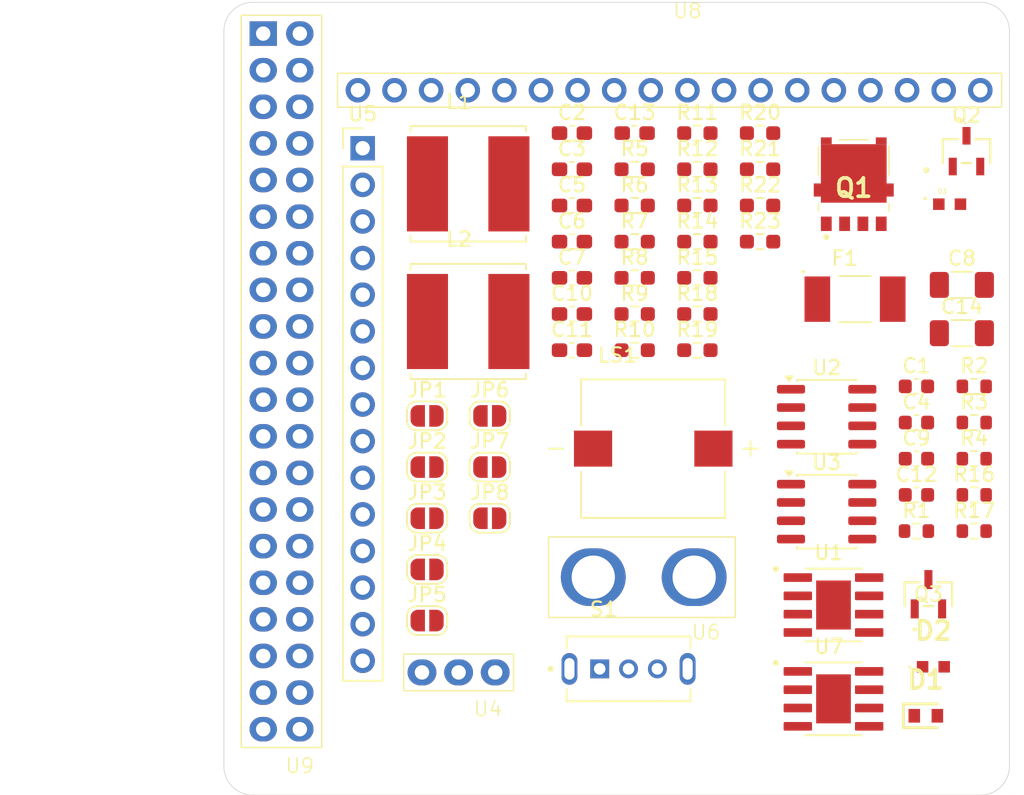
<source format=kicad_pcb>
(kicad_pcb (version 20241229) (generator "pcbnew") (generator_version "9.0")
  (layers (0 "F.Cu" signal) (4 "In1.Cu" power) (6 "In2.Cu" power) (2 "B.Cu" signal) (13 "F.Paste" user) (15 "B.Paste" user) (5 "F.SilkS" user "F.Silkscreen") (7 "B.SilkS" user "B.Silkscreen") (1 "F.Mask" user) (3 "B.Mask" user) (25 "Edge.Cuts" user))
  (net 0 "")
  (net 1 "GND")
  (net 2 "VCC_LOAD")
  (net 3 "Net-(U1-SS)")
  (net 4 "Net-(U1-VCC)")
  (net 5 "Net-(C4-Pad1)")
  (net 6 "Net-(U1-LX)")
  (net 7 "Net-(C5-Pad1)")
  (net 8 "+3V3")
  (net 9 "VDC")
  (net 10 "VDC_LOAD")
  (net 11 "Net-(U7-SS)")
  (net 12 "Net-(U7-VCC)")
  (net 13 "Net-(U7-LX)")
  (net 14 "Net-(C12-Pad1)")
  (net 15 "Net-(C13-Pad1)")
  (net 16 "+5V")
  (net 17 "Net-(D1-A)")
  (net 18 "Net-(D2-K)")
  (net 19 "/Fuse_Out")
  (net 20 "/V_Choose")
  (net 21 "Net-(JP1-B)")
  (net 22 "Net-(JP2-B)")
  (net 23 "Net-(JP3-B)")
  (net 24 "Net-(JP4-B)")
  (net 25 "Net-(JP5-B)")
  (net 26 "Net-(JP6-B)")
  (net 27 "Net-(JP7-B)")
  (net 28 "Net-(JP8-B)")
  (net 29 "/BUZZER_PIN")
  (net 30 "/Servo_Control")
  (net 31 "Net-(Q1-G)")
  (net 32 "VCC")
  (net 33 "+BATT")
  (net 34 "Net-(U1-BST)")
  (net 35 "Net-(U1-COMP)")
  (net 36 "/Pi_RX_Out")
  (net 37 "/Pi_TX_Out")
  (net 38 "/GPIO26")
  (net 39 "Net-(U7-BST)")
  (net 40 "Net-(U7-COMP)")
  (net 41 "Net-(Q2-PadB)")
  (net 42 "Net-(U7-FB)")
  (net 43 "/GPIO18")
  (net 44 "Net-(U4-Signal)")
  (net 45 "/Pi_SDA")
  (net 46 "/Pi_SCL")
  (net 47 "/GPIO19")
  (net 48 "/GPIO13")
  (net 49 "/GPIO10")
  (net 50 "/GPIO9")
  (net 51 "/GPIO27")
  (net 52 "/ID_SC")
  (net 53 "/GPIO11")
  (net 54 "/ID_SD")
  (net 55 "/GPIO22")
  (net 56 "/GPIO17")
  (net 57 "/GPIO6")
  (net 58 "/GPIO4")
  (net 59 "/GPIO8")
  (net 60 "/GPIO12")
  (net 61 "/GPIO25")
  (net 62 "/GPIO16")
  (net 63 "/GPIO24")
  (net 64 "/GPIO7")
  (net 65 "/GPIO21")
  (net 66 "/GPIO20")
  (net 67 "/GPIO23")
  (footprint "Resistor_SMD:R_0603_1608Metric_Pad0.98x0.95mm_HandSolder" (layer "F.Cu") (at 126 84.625)
    (property "Reference" "R9" (at 0 -1.43 0) (layer "F.SilkS"))
    (property "Value" "184k")
    (pad "1" smd roundrect (at -0.9125 0) (size 0.975 0.95) (layers "F.Cu" "F.Mask" "F.Paste") (net 22 "Net-(JP2-B)"))
    (pad "2" smd roundrect (at 0.9125 0) (size 0.975 0.95) (layers "F.Cu" "F.Mask" "F.Paste") (net 9 "VDC"))
  )
  (footprint "Jumper:SolderJumper-2_P1.3mm_Open_RoundedPad1.0x1.5mm" (layer "F.Cu") (at 111.6 98.795)
    (property "Reference" "JP3" (at 0 -1.8 0) (layer "F.SilkS"))
    (property "Value" "SolderJumper_2_Open")
    (pad "1" smd custom (at -0.65 0) (size 1 0.5) (layers "F.Cu" "F.Mask") (net 20 "/V_Choose") (options (clearance outline) (anchor rect)) (primitives (gr_circle (center 0 0.25) (end 0.5 0.25) (width 0) (fill yes)) (gr_circle (center 0 -0.25) (end 0.5 -0.25) (width 0) (fill yes)) (gr_poly (pts (xy 0.5 0.75) (xy 0 0.75) (xy 0 -0.75) (xy 0.5 -0.75)) (width 0) (fill yes))))
    (pad "2" smd custom (at 0.65 0) (size 1 0.5) (layers "F.Cu" "F.Mask") (net 23 "Net-(JP3-B)") (options (clearance outline) (anchor rect)) (primitives (gr_circle (center 0 0.25) (end 0.5 0.25) (width 0) (fill yes)) (gr_circle (center 0 -0.25) (end 0.5 -0.25) (width 0) (fill yes)) (gr_poly (pts (xy 0 0.75) (xy -0.5 0.75) (xy -0.5 -0.75) (xy 0 -0.75)) (width 0) (fill yes))))
  )
  (footprint "pcb_hat:MTR_MMBT2222A-TP_MCE" (layer "F.Cu") (at 149.0222 73.3266)
    (property "Reference" "Q2" (at 0 -2.5 0) (layer "F.SilkS"))
    (property "Value" "Q_NPN")
    (pad "1" smd rect (at -0.9525 1.0668) (size 0.5588 1.2192) (layers "F.Cu" "F.Mask" "F.Paste"))
    (pad "2" smd rect (at 0.9525 1.0668) (size 0.5588 1.2192) (layers "F.Cu" "F.Mask" "F.Paste"))
    (pad "3" smd rect (at 0 -1.0668) (size 0.5588 1.2192) (layers "F.Cu" "F.Mask" "F.Paste"))
  )
  (footprint "pcb_hat:LEDC1608X35N" (layer "F.Cu") (at 146.2 112.5)
    (property "Reference" "D1" (at 0 -2.5 0) (layer "F.SilkS") (effects (font (size 1.27 1.27) (thickness 0.254))))
    (property "Value" "LED_Small" (hide yes))
    (pad "1" smd rect (at -0.8 0) (size 0.8 0.95) (layers "F.Cu" "F.Mask" "F.Paste") (net 1 "GND"))
    (pad "2" smd rect (at 0.8 0) (size 0.8 0.95) (layers "F.Cu" "F.Mask" "F.Paste") (net 17 "Net-(D1-A)"))
  )
  (footprint "pcb_hat:Pi5Hat" (layer "F.Cu") (at 101.499 81.68)
    (property "Reference" "U9" (at 1.27 34.29 0) (layer "F.SilkS") (effects (font (thickness 0.1))))
    (property "Value" "Raspberry_Pi_Generic")
    (pad "1" thru_hole rect (at -1.27 -16.51) (size 1.9 1.7) (drill 1) (layers "*.Cu" "*.Mask") (net 8 "+3V3"))
    (pad "2" thru_hole oval (at 1.27 -16.51) (size 1.9 1.7) (drill 1) (layers "*.Cu" "*.Mask") (net 16 "+5V"))
    (pad "3" thru_hole oval (at -1.27 -13.97) (size 1.9 1.7) (drill 1) (layers "*.Cu" "*.Mask") (net 45 "/Pi_SDA"))
    (pad "4" thru_hole oval (at 1.27 -13.97) (size 1.9 1.7) (drill 1) (layers "*.Cu" "*.Mask") (net 16 "+5V"))
    (pad "5" thru_hole oval (at -1.27 -11.43) (size 1.9 1.7) (drill 1) (layers "*.Cu" "*.Mask") (net 46 "/Pi_SCL"))
    (pad "6" thru_hole oval (at 1.27 -11.43) (size 1.9 1.7) (drill 1) (layers "*.Cu" "*.Mask") (net 1 "GND"))
    (pad "7" thru_hole oval (at -1.27 -8.89) (size 1.9 1.7) (drill 1) (layers "*.Cu" "*.Mask") (net 58 "/GPIO4"))
    (pad "8" thru_hole oval (at 1.27 -8.89) (size 1.9 1.7) (drill 1) (layers "*.Cu" "*.Mask") (net 37 "/Pi_TX_Out"))
    (pad "9" thru_hole oval (at -1.27 -6.35) (size 1.9 1.7) (drill 1) (layers "*.Cu" "*.Mask") (net 1 "GND"))
    (pad "10" thru_hole oval (at 1.27 -6.35) (size 1.9 1.7) (drill 1) (layers "*.Cu" "*.Mask") (net 36 "/Pi_RX_Out"))
    (pad "11" thru_hole oval (at -1.27 -3.81) (size 1.9 1.7) (drill 1) (layers "*.Cu" "*.Mask") (net 56 "/GPIO17"))
    (pad "12" thru_hole oval (at 1.27 -3.81) (size 1.9 1.7) (drill 1) (layers "*.Cu" "*.Mask") (net 43 "/GPIO18"))
    (pad "13" thru_hole oval (at -1.27 -1.27) (size 1.9 1.7) (drill 1) (layers "*.Cu" "*.Mask") (net 51 "/GPIO27"))
    (pad "14" thru_hole oval (at 1.27 -1.27) (size 1.9 1.7) (drill 1) (layers "*.Cu" "*.Mask"))
    (pad "15" thru_hole oval (at -1.27 1.27) (size 1.9 1.7) (drill 1) (layers "*.Cu" "*.Mask") (net 55 "/GPIO22"))
    (pad "16" thru_hole oval (at 1.27 1.27) (size 1.9 1.7) (drill 1) (layers "*.Cu" "*.Mask") (net 67 "/GPIO23"))
    (pad "17" thru_hole oval (at -1.27 3.81) (size 1.9 1.7) (drill 1) (layers "*.Cu" "*.Mask") (net 8 "+3V3"))
    (pad "18" thru_hole oval (at 1.27 3.81) (size 1.9 1.7) (drill 1) (layers "*.Cu" "*.Mask") (net 63 "/GPIO24"))
    (pad "19" thru_hole oval (at -1.27 6.35) (size 1.9 1.7) (drill 1) (layers "*.Cu" "*.Mask") (net 49 "/GPIO10"))
    (pad "20" thru_hole oval (at 1.27 6.35) (size 1.9 1.7) (drill 1) (layers "*.Cu" "*.Mask") (net 1 "GND"))
    (pad "21" thru_hole oval (at -1.27 8.89) (size 1.9 1.7) (drill 1) (layers "*.Cu" "*.Mask") (net 50 "/GPIO9"))
    (pad "22" thru_hole oval (at 1.27 8.89) (size 1.9 1.7) (drill 1) (layers "*.Cu" "*.Mask") (net 61 "/GPIO25"))
    (pad "23" thru_hole oval (at -1.27 11.43) (size 1.9 1.7) (drill 1) (layers "*.Cu" "*.Mask") (net 53 "/GPIO11"))
    (pad "24" thru_hole oval (at 1.27 11.43) (size 1.9 1.7) (drill 1) (layers "*.Cu" "*.Mask") (net 59 "/GPIO8"))
    (pad "25" thru_hole oval (at -1.27 13.97) (size 1.9 1.7) (drill 1) (layers "*.Cu" "*.Mask") (net 1 "GND"))
    (pad "26" thru_hole oval (at 1.27 13.97) (size 1.9 1.7) (drill 1) (layers "*.Cu" "*.Mask") (net 64 "/GPIO7"))
    (pad "27" thru_hole oval (at -1.27 16.51) (size 1.9 1.7) (drill 1) (layers "*.Cu" "*.Mask") (net 54 "/ID_SD"))
    (pad "28" thru_hole oval (at 1.27 16.51) (size 1.9 1.7) (drill 1) (layers "*.Cu" "*.Mask") (net 52 "/ID_SC"))
    (pad "29" thru_hole oval (at -1.27 19.05) (size 1.9 1.7) (drill 1) (layers "*.Cu" "*.Mask") (net 29 "/BUZZER_PIN"))
    (pad "30" thru_hole oval (at 1.27 19.05) (size 1.9 1.7) (drill 1) (layers "*.Cu" "*.Mask") (net 1 "GND"))
    (pad "31" thru_hole oval (at -1.27 21.59) (size 1.9 1.7) (drill 1) (layers "*.Cu" "*.Mask") (net 57 "/GPIO6"))
    (pad "32" thru_hole oval (at 1.27 21.59) (size 1.9 1.7) (drill 1) (layers "*.Cu" "*.Mask") (net 60 "/GPIO12"))
    (pad "33" thru_hole oval (at -1.27 24.13) (size 1.9 1.7) (drill 1) (layers "*.Cu" "*.Mask") (net 48 "/GPIO13"))
    (pad "34" thru_hole oval (at 1.27 24.13) (size 1.9 1.7) (drill 1) (layers "*.Cu" "*.Mask") (net 1 "GND"))
    (pad "35" thru_hole oval (at -1.27 26.67) (size 1.9 1.7) (drill 1) (layers "*.Cu" "*.Mask") (net 47 "/GPIO19"))
    (pad "36" thru_hole oval (at 1.27 26.67) (size 1.9 1.7) (drill 1) (layers "*.Cu" "*.Mask") (net 62 "/GPIO16"))
    (pad "37" thru_hole oval (at -1.27 29.21) (size 1.9 1.7) (drill 1) (layers "*.Cu" "*.Mask") (net 38 "/GPIO26"))
    (pad "38" thru_hole oval (at 1.27 29.21) (size 1.9 1.7) (drill 1) (layers "*.Cu" "*.Mask") (net 66 "/GPIO20"))
    (pad "39" thru_hole oval (at -1.27 31.75) (size 1.9 1.7) (drill 1) (layers "*.Cu" "*.Mask") (net 1 "GND"))
    (pad "40" thru_hole oval (at 1.27 31.75) (size 1.9 1.7) (drill 1) (layers "*.Cu" "*.Mask") (net 65 "/GPIO21"))
  )
  (footprint "Resistor_SMD:R_0603_1608Metric" (layer "F.Cu") (at 149.56 97.175)
    (property "Reference" "R16" (at 0 -1.43 0) (layer "F.SilkS"))
    (property "Value" "1R")
    (pad "1" smd roundrect (at -0.825 0) (size 0.8 0.95) (layers "F.Cu" "F.Mask" "F.Paste") (net 39 "Net-(U7-BST)"))
    (pad "2" smd roundrect (at 0.825 0) (size 0.8 0.95) (layers "F.Cu" "F.Mask" "F.Paste") (net 14 "Net-(C12-Pad1)"))
  )
  (footprint "Resistor_SMD:R_0603_1608Metric" (layer "F.Cu") (at 149.56 92.155)
    (property "Reference" "R3" (at 0 -1.43 0) (layer "F.SilkS"))
    (property "Value" "1R")
    (pad "1" smd roundrect (at -0.825 0) (size 0.8 0.95) (layers "F.Cu" "F.Mask" "F.Paste") (net 34 "Net-(U1-BST)"))
    (pad "2" smd roundrect (at 0.825 0) (size 0.8 0.95) (layers "F.Cu" "F.Mask" "F.Paste") (net 5 "Net-(C4-Pad1)"))
  )
  (footprint "Connector_PinHeader_2.54mm:PinHeader_1x15_P2.54mm_Vertical" (layer "F.Cu") (at 107.13 73.125)
    (property "Reference" "U5" (at 0 -2.38 0) (layer "F.SilkS"))
    (property "Value" "Vertical_Pi_Breakout")
    (pad "1" thru_hole rect (at 0 0) (size 1.7 1.7) (drill 1) (layers "*.Cu" "*.Mask") (net 45 "/Pi_SDA"))
    (pad "2" thru_hole circle (at 0 2.54) (size 1.7 1.7) (drill 1) (layers "*.Cu" "*.Mask") (net 46 "/Pi_SCL"))
    (pad "3" thru_hole circle (at 0 5.08) (size 1.7 1.7) (drill 1) (layers "*.Cu" "*.Mask") (net 58 "/GPIO4"))
    (pad "4" thru_hole circle (at 0 7.62) (size 1.7 1.7) (drill 1) (layers "*.Cu" "*.Mask") (net 56 "/GPIO17"))
    (pad "5" thru_hole circle (at 0 10.16) (size 1.7 1.7) (drill 1) (layers "*.Cu" "*.Mask") (net 51 "/GPIO27"))
    (pad "6" thru_hole circle (at 0 12.7) (size 1.7 1.7) (drill 1) (layers "*.Cu" "*.Mask") (net 55 "/GPIO22"))
    (pad "7" thru_hole circle (at 0 15.24) (size 1.7 1.7) (drill 1) (layers "*.Cu" "*.Mask") (net 53 "/GPIO11"))
    (pad "8" thru_hole circle (at 0 17.78) (size 1.7 1.7) (drill 1) (layers "*.Cu" "*.Mask") (net 49 "/GPIO10"))
    (pad "9" thru_hole circle (at 0 20.32) (size 1.7 1.7) (drill 1) (layers "*.Cu" "*.Mask") (net 50 "/GPIO9"))
    (pad "10" thru_hole circle (at 0 22.86) (size 1.7 1.7) (drill 1) (layers "*.Cu" "*.Mask") (net 54 "/ID_SD"))
    (pad "11" thru_hole circle (at 0 25.4) (size 1.7 1.7) (drill 1) (layers "*.Cu" "*.Mask") (net 52 "/ID_SC"))
    (pad "12" thru_hole circle (at 0 27.94) (size 1.7 1.7) (drill 1) (layers "*.Cu" "*.Mask") (net 57 "/GPIO6"))
    (pad "13" thru_hole circle (at 0 30.48) (size 1.7 1.7) (drill 1) (layers "*.Cu" "*.Mask") (net 48 "/GPIO13"))
    (pad "14" thru_hole circle (at 0 33.02) (size 1.7 1.7) (drill 1) (layers "*.Cu" "*.Mask") (net 47 "/GPIO19"))
    (pad "15" thru_hole circle (at 0 35.56) (size 1.7 1.7) (drill 1) (layers "*.Cu" "*.Mask") (net 38 "/GPIO26"))
  )
  (footprint "Resistor_SMD:R_0603_1608Metric_Pad0.98x0.95mm_HandSolder" (layer "F.Cu") (at 130.35 87.135)
    (property "Reference" "R19" (at 0 -1.43 0) (layer "F.SilkS"))
    (property "Value" "100k")
    (pad "1" smd roundrect (at -0.9125 0) (size 0.975 0.95) (layers "F.Cu" "F.Mask" "F.Paste") (net 41 "Net-(Q2-PadB)"))
    (pad "2" smd roundrect (at 0.9125 0) (size 0.975 0.95) (layers "F.Cu" "F.Mask" "F.Paste") (net 1 "GND"))
  )
  (footprint "Resistor_SMD:R_0603_1608Metric_Pad0.98x0.95mm_HandSolder" (layer "F.Cu") (at 134.7 77.095)
    (property "Reference" "R22" (at 0 -1.43 0) (layer "F.SilkS"))
    (property "Value" "2k")
    (pad "1" smd roundrect (at -0.9125 0) (size 0.975 0.95) (layers "F.Cu" "F.Mask" "F.Paste") (net 17 "Net-(D1-A)"))
    (pad "2" smd roundrect (at 0.9125 0) (size 0.975 0.95) (layers "F.Cu" "F.Mask" "F.Paste") (net 16 "+5V"))
  )
  (footprint "Resistor_SMD:R_0603_1608Metric_Pad0.98x0.95mm_HandSolder" (layer "F.Cu") (at 130.35 82.115)
    (property "Reference" "R15" (at 0 -1.43 0) (layer "F.SilkS"))
    (property "Value" "340k")
    (pad "1" smd roundrect (at -0.9125 0) (size 0.975 0.95) (layers "F.Cu" "F.Mask" "F.Paste") (net 28 "Net-(JP8-B)"))
    (pad "2" smd roundrect (at 0.9125 0) (size 0.975 0.95) (layers "F.Cu" "F.Mask" "F.Paste") (net 9 "VDC"))
  )
  (footprint "Jumper:SolderJumper-2_P1.3mm_Open_RoundedPad1.0x1.5mm" (layer "F.Cu") (at 115.95 95.245)
    (property "Reference" "JP7" (at 0 -1.8 0) (layer "F.SilkS"))
    (property "Value" "SolderJumper_2_Open")
    (pad "1" smd custom (at -0.65 0) (size 1 0.5) (layers "F.Cu" "F.Mask") (net 20 "/V_Choose") (options (clearance outline) (anchor rect)) (primitives (gr_circle (center 0 0.25) (end 0.5 0.25) (width 0) (fill yes)) (gr_circle (center 0 -0.25) (end 0.5 -0.25) (width 0) (fill yes)) (gr_poly (pts (xy 0.5 0.75) (xy 0 0.75) (xy 0 -0.75) (xy 0.5 -0.75)) (width 0) (fill yes))))
    (pad "2" smd custom (at 0.65 0) (size 1 0.5) (layers "F.Cu" "F.Mask") (net 27 "Net-(JP7-B)") (options (clearance outline) (anchor rect)) (primitives (gr_circle (center 0 0.25) (end 0.5 0.25) (width 0) (fill yes)) (gr_circle (center 0 -0.25) (end 0.5 -0.25) (width 0) (fill yes)) (gr_poly (pts (xy 0 0.75) (xy -0.5 0.75) (xy -0.5 -0.75) (xy 0 -0.75)) (width 0) (fill yes))))
  )
  (footprint "Resistor_SMD:R_0603_1608Metric" (layer "F.Cu") (at 149.56 94.665)
    (property "Reference" "R4" (at 0 -1.43 0) (layer "F.SilkS"))
    (property "Value" "75k")
    (pad "1" smd roundrect (at -0.825 0) (size 0.8 0.95) (layers "F.Cu" "F.Mask" "F.Paste") (net 35 "Net-(U1-COMP)"))
    (pad "2" smd roundrect (at 0.825 0) (size 0.8 0.95) (layers "F.Cu" "F.Mask" "F.Paste") (net 7 "Net-(C5-Pad1)"))
  )
  (footprint "Jumper:SolderJumper-2_P1.3mm_Open_RoundedPad1.0x1.5mm" (layer "F.Cu") (at 111.6 102.345)
    (property "Reference" "JP4" (at 0 -1.8 0) (layer "F.SilkS"))
    (property "Value" "SolderJumper_2_Open")
    (pad "1" smd custom (at -0.65 0) (size 1 0.5) (layers "F.Cu" "F.Mask") (net 20 "/V_Choose") (options (clearance outline) (anchor rect)) (primitives (gr_circle (center 0 0.25) (end 0.5 0.25) (width 0) (fill yes)) (gr_circle (center 0 -0.25) (end 0.5 -0.25) (width 0) (fill yes)) (gr_poly (pts (xy 0.5 0.75) (xy 0 0.75) (xy 0 -0.75) (xy 0.5 -0.75)) (width 0) (fill yes))))
    (pad "2" smd custom (at 0.65 0) (size 1 0.5) (layers "F.Cu" "F.Mask") (net 24 "Net-(JP4-B)") (options (clearance outline) (anchor rect)) (primitives (gr_circle (center 0 0.25) (end 0.5 0.25) (width 0) (fill yes)) (gr_circle (center 0 -0.25) (end 0.5 -0.25) (width 0) (fill yes)) (gr_poly (pts (xy 0 0.75) (xy -0.5 0.75) (xy -0.5 -0.75) (xy 0 -0.75)) (width 0) (fill yes))))
  )
  (footprint "Capacitor_SMD:C_0603_1608Metric" (layer "F.Cu") (at 145.55 89.645)
    (property "Reference" "C1" (at 0 -1.43 0) (layer "F.SilkS"))
    (property "Value" "22u")
    (pad "1" smd roundrect (at -0.775 0) (size 0.9 0.95) (layers "F.Cu" "F.Mask" "F.Paste") (net 2 "VCC_LOAD"))
    (pad "2" smd roundrect (at 0.775 0) (size 0.9 0.95) (layers "F.Cu" "F.Mask" "F.Paste") (net 1 "GND"))
  )
  (footprint "Capacitor_SMD:C_0603_1608Metric_Pad1.08x0.95mm_HandSolder" (layer "F.Cu") (at 121.65 82.115)
    (property "Reference" "C7" (at 0 -1.43 0) (layer "F.SilkS"))
    (property "Value" "100n")
    (pad "1" smd roundrect (at -0.8625 0) (size 1.075 0.95) (layers "F.Cu" "F.Mask" "F.Paste") (net 8 "+3V3"))
    (pad "2" smd roundrect (at 0.8625 0) (size 1.075 0.95) (layers "F.Cu" "F.Mask" "F.Paste") (net 1 "GND"))
  )
  (footprint "Package_SO:SOIC-8_3.9x4.9mm_P1.27mm" (layer "F.Cu") (at 139.32 91.75)
    (property "Reference" "U2" (at 0 -3.4 0) (layer "F.SilkS"))
    (property "Value" "INA219AxD")
    (pad "1" smd roundrect (at -2.475 -1.905) (size 1.95 0.6) (layers "F.Cu" "F.Mask" "F.Paste") (net 1 "GND"))
    (pad "2" smd roundrect (at -2.475 -0.635) (size 1.95 0.6) (layers "F.Cu" "F.Mask" "F.Paste") (net 1 "GND"))
    (pad "3" smd roundrect (at -2.475 0.635) (size 1.95 0.6) (layers "F.Cu" "F.Mask" "F.Paste") (net 45 "/Pi_SDA"))
    (pad "4" smd roundrect (at -2.475 1.905) (size 1.95 0.6) (layers "F.Cu" "F.Mask" "F.Paste") (net 46 "/Pi_SCL"))
    (pad "5" smd roundrect (at 2.475 1.905) (size 1.95 0.6) (layers "F.Cu" "F.Mask" "F.Paste") (net 8 "+3V3"))
    (pad "6" smd roundrect (at 2.475 0.635) (size 1.95 0.6) (layers "F.Cu" "F.Mask" "F.Paste") (net 1 "GND"))
    (pad "7" smd roundrect (at 2.475 -0.635) (size 1.95 0.6) (layers "F.Cu" "F.Mask" "F.Paste") (net 2 "VCC_LOAD"))
    (pad "8" smd roundrect (at 2.475 -1.905) (size 1.95 0.6) (layers "F.Cu" "F.Mask" "F.Paste") (net 32 "VCC"))
  )
  (footprint "Jumper:SolderJumper-2_P1.3mm_Open_RoundedPad1.0x1.5mm" (layer "F.Cu") (at 111.6 105.895)
    (property "Reference" "JP5" (at 0 -1.8 0) (layer "F.SilkS"))
    (property "Value" "SolderJumper_2_Open")
    (pad "1" smd custom (at -0.65 0) (size 1 0.5) (layers "F.Cu" "F.Mask") (net 20 "/V_Choose") (options (clearance outline) (anchor rect)) (primitives (gr_circle (center 0 0.25) (end 0.5 0.25) (width 0) (fill yes)) (gr_circle (center 0 -0.25) (end 0.5 -0.25) (width 0) (fill yes)) (gr_poly (pts (xy 0.5 0.75) (xy 0 0.75) (xy 0 -0.75) (xy 0.5 -0.75)) (width 0) (fill yes))))
    (pad "2" smd custom (at 0.65 0) (size 1 0.5) (layers "F.Cu" "F.Mask") (net 25 "Net-(JP5-B)") (options (clearance outline) (anchor rect)) (primitives (gr_circle (center 0 0.25) (end 0.5 0.25) (width 0) (fill yes)) (gr_circle (center 0 -0.25) (end 0.5 -0.25) (width 0) (fill yes)) (gr_poly (pts (xy 0 0.75) (xy -0.5 0.75) (xy -0.5 -0.75) (xy 0 -0.75)) (width 0) (fill yes))))
  )
  (footprint "Resistor_SMD:R_0603_1608Metric_Pad0.98x0.95mm_HandSolder" (layer "F.Cu") (at 134.7 72.075)
    (property "Reference" "R20" (at 0 -1.43 0) (layer "F.SilkS"))
    (property "Value" "15k")
    (pad "1" smd roundrect (at -0.9125 0) (size 0.975 0.95) (layers "F.Cu" "F.Mask" "F.Paste") (net 1 "GND"))
    (pad "2" smd roundrect (at 0.9125 0) (size 0.975 0.95) (layers "F.Cu" "F.Mask" "F.Paste") (net 42 "Net-(U7-FB)"))
  )
  (footprint "pcb_hat:IND_SRN8040TA-4R7M" (layer "F.Cu") (at 114.45 85.145)
    (property "Reference" "L2" (at -0.635 -5.715 0) (layer "F.SilkS"))
    (property "Value" "SRN8040TA-4R7M")
    (pad "1" smd rect (at -2.825 0) (size 2.85 6.6) (layers "F.Cu" "F.Mask" "F.Paste") (net 13 "Net-(U7-LX)"))
    (pad "2" smd rect (at 2.825 0) (size 2.85 6.6) (layers "F.Cu" "F.Mask" "F.Paste") (net 16 "+5V"))
  )
  (footprint "Resistor_SMD:R_0603_1608Metric_Pad0.98x0.95mm_HandSolder" (layer "F.Cu") (at 126 79.605)
    (property "Reference" "R7" (at 0 -1.43 0) (layer "F.SilkS"))
    (property "Value" "1k2")
    (pad "1" smd roundrect (at -0.9125 0) (size 0.975 0.95) (layers "F.Cu" "F.Mask" "F.Paste") (net 31 "Net-(Q1-G)"))
    (pad "2" smd roundrect (at 0.9125 0) (size 0.975 0.95) (layers "F.Cu" "F.Mask" "F.Paste") (net 38 "/GPIO26"))
  )
  (footprint "Capacitor_SMD:C_1206_3216Metric_Pad1.33x1.80mm_HandSolder" (layer "F.Cu") (at 148.7 82.605)
    (property "Reference" "C8" (at 0 -1.85 0) (layer "F.SilkS"))
    (property "Value" "47u")
    (pad "1" smd roundrect (at -1.5625 0) (size 1.325 1.8) (layers "F.Cu" "F.Mask" "F.Paste") (roundrect_rratio 0.188679) (net 1 "GND"))
    (pad "2" smd roundrect (at 1.5625 0) (size 1.325 1.8) (layers "F.Cu" "F.Mask" "F.Paste") (roundrect_rratio 0.188679) (net 9 "VDC"))
  )
  (footprint "pcb_hat:SOIC127P600X170-9N" (layer "F.Cu") (at 139.795 111.325)
    (property "Reference" "U7" (at -0.325 -3.635 0) (layer "F.SilkS"))
    (property "Value" "AOZ6605PI-1")
    (pad "1" smd roundrect (at -2.475 -1.905) (size 1.97 0.6) (layers "F.Cu" "F.Mask" "F.Paste") (roundrect_rratio 0.125) (net 11 "Net-(U7-SS)"))
    (pad "2" smd roundrect (at -2.475 -0.635) (size 1.97 0.6) (layers "F.Cu" "F.Mask" "F.Paste") (roundrect_rratio 0.125) (net 10 "VDC_LOAD"))
    (pad "3" smd roundrect (at -2.475 0.635) (size 1.97 0.6) (layers "F.Cu" "F.Mask" "F.Paste") (roundrect_rratio 0.125) (net 10 "VDC_LOAD"))
    (pad "4" smd roundrect (at -2.475 1.905) (size 1.97 0.6) (layers "F.Cu" "F.Mask" "F.Paste") (roundrect_rratio 0.125) (net 1 "GND"))
    (pad "5" smd roundrect (at 2.475 1.905) (size 1.97 0.6) (layers "F.Cu" "F.Mask" "F.Paste") (roundrect_rratio 0.125) (net 39 "Net-(U7-BST)"))
    (pad "6" smd roundrect (at 2.475 0.635) (size 1.97 0.6) (layers "F.Cu" "F.Mask" "F.Paste") (roundrect_rratio 0.125) (net 12 "Net-(U7-VCC)"))
    (pad "7" smd roundrect (at 2.475 -0.635) (size 1.97 0.6) (layers "F.Cu" "F.Mask" "F.Paste") (roundrect_rratio 0.125) (net 40 "Net-(U7-COMP)"))
    (pad "8" smd roundrect (at 2.475 -1.905) (size 1.97 0.6) (layers "F.Cu" "F.Mask" "F.Paste") (roundrect_rratio 0.125) (net 42 "Net-(U7-FB)"))
    (pad "9" smd rect (at 0 0) (size 2.41 3.4) (layers "F.Cu" "F.Mask") (net 13 "Net-(U7-LX)"))
  )
  (footprint "Resistor_SMD:R_0603_1608Metric_Pad0.98x0.95mm_HandSolder" (layer "F.Cu") (at 130.35 77.095)
    (property "Reference" "R13" (at 0 -1.43 0) (layer "F.SilkS"))
    (property "Value" "285k")
    (pad "1" smd roundrect (at -0.9125 0) (size 0.975 0.95) (layers "F.Cu" "F.Mask" "F.Paste") (net 26 "Net-(JP6-B)"))
    (pad "2" smd roundrect (at 0.9125 0) (size 0.975 0.95) (layers "F.Cu" "F.Mask" "F.Paste") (net 9 "VDC"))
  )
  (footprint "Resistor_SMD:R_0603_1608Metric_Pad0.98x0.95mm_HandSolder" (layer "F.Cu") (at 126 87.135)
    (property "Reference" "R10" (at 0 -1.43 0) (layer "F.SilkS"))
    (property "Value" "210k")
    (pad "1" smd roundrect (at -0.9125 0) (size 0.975 0.95) (layers "F.Cu" "F.Mask" "F.Paste") (net 23 "Net-(JP3-B)"))
    (pad "2" smd roundrect (at 0.9125 0) (size 0.975 0.95) (layers "F.Cu" "F.Mask" "F.Paste") (net 9 "VDC"))
  )
  (footprint "Resistor_SMD:R_0603_1608Metric_Pad0.98x0.95mm_HandSolder" (layer "F.Cu") (at 130.35 79.605)
    (property "Reference" "R14" (at 0 -1.43 0) (layer "F.SilkS"))
    (property "Value" "310k")
    (pad "1" smd roundrect (at -0.9125 0) (size 0.975 0.95) (layers "F.Cu" "F.Mask" "F.Paste") (net 27 "Net-(JP7-B)"))
    (pad "2" smd roundrect (at 0.9125 0) (size 0.975 0.95) (layers "F.Cu" "F.Mask" "F.Paste") (net 9 "VDC"))
  )
  (footprint "pcb_hat:SW_SLW-864587-2A-RA-N-D" (layer "F.Cu") (at 125.575 109.245)
    (property "Reference" "S1" (at -1.725 -4.135 0) (layer "F.SilkS"))
    (property "Value" "SLW-864587-2A-RA-N-D")
    (pad "1" thru_hole rect (at -2 0) (size 1.308 1.308) (drill 0.8) (layers "*.Cu" "*.Mask") (net 36 "/Pi_RX_Out"))
    (pad "2" thru_hole circle (at 0 0) (size 1.308 1.308) (drill 0.8) (layers "*.Cu" "*.Mask") (net 44 "Net-(U4-Signal)"))
    (pad "3" thru_hole circle (at 2 0) (size 1.308 1.308) (drill 0.8) (layers "*.Cu" "*.Mask") (net 43 "/GPIO18"))
    (pad "SH1" thru_hole oval (at -4.1 0) (size 1.1 2.2) (drill oval 0.7 1.5) (layers "*.Cu" "*.Mask"))
    (pad "SH2" thru_hole oval (at 4.1 0) (size 1.1 2.2) (drill oval 0.7 1.5) (layers "*.Cu" "*.Mask"))
  )
  (footprint "Capacitor_SMD:C_0603_1608Metric" (layer "F.Cu") (at 145.55 94.665)
    (property "Reference" "C9" (at 0 -1.43 0) (layer "F.SilkS"))
    (property "Value" "22u")
    (pad "1" smd roundrect (at -0.775 0) (size 0.9 0.95) (layers "F.Cu" "F.Mask" "F.Paste") (net 10 "VDC_LOAD"))
    (pad "2" smd roundrect (at 0.775 0) (size 0.9 0.95) (layers "F.Cu" "F.Mask" "F.Paste") (net 1 "GND"))
  )
  (footprint "pcb_hat:SOT_7DS-T1-GE3_VIS" (layer "F.Cu") (at 146.3792 104.0666)
    (property "Reference" "Q3" (at 0 0 0) (layer "F.SilkS"))
    (property "Value" "Q_PMOS_GSD")
    (pad "1" smd rect (at -0.94996 1.016) (size 0.5588 1.3208) (layers "F.Cu" "F.Mask" "F.Paste") (net 1 "GND"))
    (pad "2" smd rect (at 0.94996 1.016) (size 0.5588 1.3208) (layers "F.Cu" "F.Mask" "F.Paste") (net 33 "+BATT"))
    (pad "3" smd rect (at 0 -1.016) (size 0.5588 1.3208) (layers "F.Cu" "F.Mask" "F.Paste") (net 32 "VCC"))
  )
  (footprint "Capacitor_SMD:C_1206_3216Metric_Pad1.33x1.80mm_HandSolder" (layer "F.Cu") (at 148.7 85.955)
    (property "Reference" "C14" (at 0 -1.85 0) (layer "F.SilkS"))
    (property "Value" "47u")
    (pad "1" smd roundrect (at -1.5625 0) (size 1.325 1.8) (layers "F.Cu" "F.Mask" "F.Paste") (roundrect_rratio 0.188679) (net 1 "GND"))
    (pad "2" smd roundrect (at 1.5625 0) (size 1.325 1.8) (layers "F.Cu" "F.Mask" "F.Paste") (roundrect_rratio 0.188679) (net 16 "+5V"))
  )
  (footprint "Jumper:SolderJumper-2_P1.3mm_Open_RoundedPad1.0x1.5mm" (layer "F.Cu") (at 111.6 91.695)
    (property "Reference" "JP1" (at 0 -1.8 0) (layer "F.SilkS"))
    (property "Value" "SolderJumper_2_Open")
    (pad "1" smd custom (at -0.65 0) (size 1 0.5) (layers "F.Cu" "F.Mask") (net 20 "/V_Choose") (options (clearance outline) (anchor rect)) (primitives (gr_circle (center 0 0.25) (end 0.5 0.25) (width 0) (fill yes)) (gr_circle (center 0 -0.25) (end 0.5 -0.25) (width 0) (fill yes)) (gr_poly (pts (xy 0.5 0.75) (xy 0 0.75) (xy 0 -0.75) (xy 0.5 -0.75)) (width 0) (fill yes))))
    (pad "2" smd custom (at 0.65 0) (size 1 0.5) (layers "F.Cu" "F.Mask") (net 21 "Net-(JP1-B)") (options (clearance outline) (anchor rect)) (primitives (gr_circle (center 0 0.25) (end 0.5 0.25) (width 0) (fill yes)) (gr_circle (center 0 -0.25) (end 0.5 -0.25) (width 0) (fill yes)) (gr_poly (pts (xy 0 0.75) (xy -0.5 0.75) (xy -0.5 -0.75) (xy 0 -0.75)) (width 0) (fill yes))))
  )
  (footprint "pcb_hat:SOIC127P600X170-9N" (layer "F.Cu") (at 139.795 104.815)
    (property "Reference" "U1" (at -0.325 -3.635 0) (layer "F.SilkS"))
    (property "Value" "AOZ6605PI-1")
    (pad "1" smd roundrect (at -2.475 -1.905) (size 1.97 0.6) (layers "F.Cu" "F.Mask" "F.Paste") (roundrect_rratio 0.125) (net 3 "Net-(U1-SS)"))
    (pad "2" smd roundrect (at -2.475 -0.635) (size 1.97 0.6) (layers "F.Cu" "F.Mask" "F.Paste") (roundrect_rratio 0.125) (net 2 "VCC_LOAD"))
    (pad "3" smd roundrect (at -2.475 0.635) (size 1.97 0.6) (layers "F.Cu" "F.Mask" "F.Paste") (roundrect_rratio 0.125) (net 2 "VCC_LOAD"))
    (pad "4" smd roundrect (at -2.475 1.905) (size 1.97 0.6) (layers "F.Cu" "F.Mask" "F.Paste") (roundrect_rratio 0.125) (net 1 "GND"))
    (pad "5" smd roundrect (at 2.475 1.905) (size 1.97 0.6) (layers "F.Cu" "F.Mask" "F.Paste") (roundrect_rratio 0.125) (net 34 "Net-(U1-BST)"))
    (pad "6" smd roundrect (at 2.475 0.635) (size 1.97 0.6) (layers "F.Cu" "F.Mask" "F.Paste") (roundrect_rratio 0.125) (net 4 "Net-(U1-VCC)"))
    (pad "7" smd roundrect (at 2.475 -0.635) (size 1.97 0.6) (layers "F.Cu" "F.Mask" "F.Paste") (roundrect_rratio 0.125) (net 35 "Net-(U1-COMP)"))
    (pad "8" smd roundrect (at 2.475 -1.905) (size 1.97 0.6) (layers "F.Cu" "F.Mask" "F.Paste") (roundrect_rratio 0.125) (net 20 "/V_Choose"))
    (pad "9" smd rect (at 0 0) (size 2.41 3.4) (layers "F.Cu" "F.Mask") (net 6 "Net-(U1-LX)"))
  )
  (footprint "Capacitor_SMD:C_0603_1608Metric_Pad1.08x0.95mm_HandSolder" (layer "F.Cu") (at 121.65 84.625)
    (property "Reference" "C10" (at 0 -1.43 0) (layer "F.SilkS"))
    (property "Value" "22n")
    (pad "1" smd roundrect (at -0.8625 0) (size 1.075 0.95) (layers "F.Cu" "F.Mask" "F.Paste") (net 11 "Net-(U7-SS)"))
    (pad "2" smd roundrect (at 0.8625 0) (size 1.075 0.95) (layers "F.Cu" "F.Mask" "F.Paste") (net 1 "GND"))
  )
  (footprint "pcb_hat:LEDM1608X80" (layer "F.Cu") (at 147.852 77.005)
    (property "Reference" "D3" (at -0.504033 -0.88826 0) (layer "F.SilkS") (effects (font (size 0.320021 0.320021) (thickness 0.050005))))
    (property "Value" "LED_Small")
    (pad "A" smd rect (at 0.75 0) (size 0.8 0.8) (layers "F.Cu" "F.Mask" "F.Paste"))
    (pad "C" smd rect (at -0.75 0) (size 0.8 0.8) (layers "F.Cu" "F.Mask" "F.Paste"))
  )
  (footprint "Capacitor_SMD:C_0603_1608Metric_Pad1.08x0.95mm_HandSolder" (layer "F.Cu") (at 121.65 87.135)
    (property "Reference" "C11" (at 0 -1.43 0) (layer "F.SilkS"))
    (property "Value" "1u")
    (pad "1" smd roundrect (at -0.8625 0) (size 1.075 0.95) (layers "F.Cu" "F.Mask" "F.Paste") (net 1 "GND"))
    (pad "2" smd roundrect (at 0.8625 0) (size 1.075 0.95) (layers "F.Cu" "F.Mask" "F.Paste") (net 12 "Net-(U7-VCC)"))
  )
  (footprint "Capacitor_SMD:C_0603_1608Metric_Pad1.08x0.95mm_HandSolder" (layer "F.Cu") (at 121.65 72.075)
    (property "Reference" "C2" (at 0 -1.43 0) (layer "F.SilkS"))
    (property "Value" "22n")
    (pad "1" smd roundrect (at -0.8625 0) (size 1.075 0.95) (layers "F.Cu" "F.Mask" "F.Paste") (net 3 "Net-(U1-SS)"))
    (pad "2" smd roundrect (at 0.8625 0) (size 1.075 0.95) (layers "F.Cu" "F.Mask" "F.Paste") (net 1 "GND"))
  )
  (footprint "Resistor_SMD:R_0603_1608Metric" (layer "F.Cu") (at 149.56 99.685)
    (property "Reference" "R17" (at 0 -1.43 0) (layer "F.SilkS"))
    (property "Value" "38k3")
    (pad "1" smd roundrect (at -0.825 0) (size 0.8 0.95) (layers "F.Cu" "F.Mask" "F.Paste") (net 40 "Net-(U7-COMP)"))
    (pad "2" smd roundrect (at 0.825 0) (size 0.8 0.95) (layers "F.Cu" "F.Mask" "F.Paste") (net 15 "Net-(C13-Pad1)"))
  )
  (footprint "Resistor_SMD:R_0603_1608Metric_Pad0.98x0.95mm_HandSolder" (layer "F.Cu") (at 126 77.095)
    (property "Reference" "R6" (at 0 -1.43 0) (layer "F.SilkS"))
    (property "Value" "4k7")
    (pad "1" smd roundrect (at -0.9125 0) (size 0.975 0.95) (layers "F.Cu" "F.Mask" "F.Paste") (net 37 "/Pi_TX_Out"))
    (pad "2" smd roundrect (at 0.9125 0) (size 0.975 0.95) (layers "F.Cu" "F.Mask" "F.Paste") (net 36 "/Pi_RX_Out"))
  )
  (footprint "pcb_hat:FUSM4632X200N" (layer "F.Cu") (at 141.2885 83.5935)
    (property "Reference" "F1" (at -0.72616 -2.83951 0) (layer "F.SilkS") (effects (font (size 1.001591 1.001591))))
    (property "Value" "1812L110_24DR")
    (pad "1" smd rect (at -2.615 0) (size 1.78 3.15) (layers "F.Cu" "F.Mask" "F.Paste") (net 10 "VDC_LOAD"))
    (pad "2" smd rect (at 2.615 0) (size 1.78 3.15) (layers "F.Cu" "F.Mask" "F.Paste") (net 19 "/Fuse_Out"))
  )
  (footprint "pcb_hat:XT60" (layer "F.Cu") (at 126.629 102.884)
    (property "Reference" "U6" (at 4.318 3.81 0) (layer "F.SilkS") (effects (font (thickness 0.1))))
    (property "Value" "Power_Connector")
    (pad "1" thru_hole oval (at -3.5 0) (size 4.5 4) (drill 3) (layers "*.Cu" "*.Mask") (net 33 "+BATT"))
    (pad "2" thru_hole oval (at 3.5 0) (size 4.5 4) (drill 3) (layers "*.Cu" "*.Mask") (net 1 "GND"))
  )
  (footprint "Capacitor_SMD:C_0603_1608Metric_Pad1.08x0.95mm_HandSolder" (layer "F.Cu") (at 121.65 74.585)
    (property "Reference" "C3" (at 0 -1.43 0) (layer "F.SilkS"))
    (property "Value" "1u")
    (pad "1" smd roundrect (at -0.8625 0) (size 1.075 0.95) (layers "F.Cu" "F.Mask" "F.Paste") (net 1 "GND"))
    (pad "2" smd roundrect (at 0.8625 0) (size 1.075 0.95) (layers "F.Cu" "F.Mask" "F.Paste") (net 4 "Net-(U1-VCC)"))
  )
  (footprint "Resistor_SMD:R_0603_1608Metric_Pad0.98x0.95mm_HandSolder" (layer "F.Cu") (at 130.35 74.585)
    (property "Reference" "R12" (at 0 -1.43 0) (layer "F.SilkS"))
    (property "Value" "260k")
    (pad "1" smd roundrect (at -0.9125 0) (size 0.975 0.95) (layers "F.Cu" "F.Mask" "F.Paste") (net 25 "Net-(JP5-B)"))
    (pad "2" smd roundrect (at 0.9125 0) (size 0.975 0.95) (layers "F.Cu" "F.Mask" "F.Paste") (net 9 "VDC"))
  )
  (footprint "Resistor_SMD:R_0603_1608Metric" (layer "F.Cu") (at 145.55 99.685)
    (property "Reference" "R1" (at 0 -1.43 0) (layer "F.SilkS"))
    (property "Value" "R010")
    (pad "1" smd roundrect (at -0.825 0) (size 0.8 0.95) (layers "F.Cu" "F.Mask" "F.Paste") (net 32 "VCC"))
    (pad "2" smd roundrect (at 0.825 0) (size 0.8 0.95) (layers "F.Cu" "F.Mask" "F.Paste") (net 2 "VCC_LOAD"))
  )
  (footprint "Capacitor_SMD:C_0603_1608Metric_Pad1.08x0.95mm_HandSolder" (layer "F.Cu") (at 121.65 77.095)
    (property "Reference" "C5" (at 0 -1.43 0) (layer "F.SilkS"))
    (property "Value" "0.012u")
    (pad "1" smd roundrect (at -0.8625 0) (size 1.075 0.95) (layers "F.Cu" "F.Mask" "F.Paste") (net 7 "Net-(C5-Pad1)"))
    (pad "2" smd roundrect (at 0.8625 0) (size 1.075 0.95) (layers "F.Cu" "F.Mask" "F.Paste") (net 1 "GND"))
  )
  (footprint "Jumper:SolderJumper-2_P1.3mm_Open_RoundedPad1.0x1.5mm" (layer "F.Cu") (at 111.6 95.245)
    (property "Reference" "JP2" (at 0 -1.8 0) (layer "F.SilkS"))
    (property "Value" "SolderJumper_2_Open")
    (pad "1" smd custom (at -0.65 0) (size 1 0.5) (layers "F.Cu" "F.Mask") (net 20 "/V_Choose") (options (clearance outline) (anchor rect)) (primitives (gr_circle (center 0 0.25) (end 0.5 0.25) (width 0) (fill yes)) (gr_circle (center 0 -0.25) (end 0.5 -0.25) (width 0) (fill yes)) (gr_poly (pts (xy 0.5 0.75) (xy 0 0.75) (xy 0 -0.75) (xy 0.5 -0.75)) (width 0) (fill yes))))
    (pad "2" smd custom (at 0.65 0) (size 1 0.5) (layers "F.Cu" "F.Mask") (net 22 "Net-(JP2-B)") (options (clearance outline) (anchor rect)) (primitives (gr_circle (center 0 0.25) (end 0.5 0.25) (width 0) (fill yes)) (gr_circle (center 0 -0.25) (end 0.5 -0.25) (width 0) (fill yes)) (gr_poly (pts (xy 0 0.75) (xy -0.5 0.75) (xy -0.5 -0.75) (xy 0 -0.75)) (width 0) (fill yes))))
  )
  (footprint "Package_SO:SOIC-8_3.9x4.9mm_P1.27mm" (layer "F.Cu") (at 139.32 98.335)
    (property "Reference" "U3" (at 0 -3.4 0) (layer "F.SilkS"))
    (property "Value" "INA219AxD")
    (pad "1" smd roundrect (at -2.475 -1.905) (size 1.95 0.6) (layers "F.Cu" "F.Mask" "F.Paste") (net 8 "+3V3"))
    (pad "2" smd roundrect (at -2.475 -0.635) (size 1.95 0.6) (layers "F.Cu" "F.Mask" "F.Paste") (net 1 "GND"))
    (pad "3" smd roundrect (at -2.475 0.635) (size 1.95 0.6) (layers "F.Cu" "F.Mask" "F.Paste") (net 45 "/Pi_SDA"))
    (pad "4" smd roundrect (at -2.475 1.905) (size 1.95 0.6) (layers "F.Cu" "F.Mask" "F.Paste") (net 46 "/Pi_SCL"))
    (pad "5" smd roundrect (at 2.475 1.905) (size 1.95 0.6) (layers "F.Cu" "F.Mask" "F.Paste") (net 8 "+3V3"))
    (pad "6" smd roundrect (at 2.475 0.635) (size 1.95 0.6) (layers "F.Cu" "F.Mask" "F.Paste") (net 1 "GND"))
    (pad "7" smd roundrect (at 2.475 -0.635) (size 1.95 0.6) (layers "F.Cu" "F.Mask" "F.Paste") (net 10 "VDC_LOAD"))
    (pad "8" smd roundrect (at 2.475 -1.905) (size 1.95 0.6) (layers "F.Cu" "F.Mask" "F.Paste") (net 9 "VDC"))
  )
  (footprint "Resistor_SMD:R_0603_1608Metric_Pad0.98x0.95mm_HandSolder" (layer "F.Cu") (at 134.7 79.605)
    (property "Reference" "R23" (at 0 -1.43 0) (layer "F.SilkS"))
    (property "Value" "2k")
    (pad "1" smd roundrect (at -0.9125 0) (size 0.975 0.95) (layers "F.Cu" "F.Mask" "F.Paste") (net 33 "+BATT"))
    (pad "2" smd roundrect (at 0.9125 0) (size 0.975 0.95) (layers "F.Cu" "F.Mask" "F.Paste") (net 18 "Net-(D2-K)"))
  )
  (footprint "Capacitor_SMD:C_0603_1608Metric" (layer "F.Cu") (at 145.55 97.175)
    (property "Reference" "C12" (at 0 -1.43 0) (layer "F.SilkS"))
    (property "Value" "0.1u")
    (pad "1" smd roundrect (at -0.775 0) (size 0.9 0.95) (layers "F.Cu" "F.Mask" "F.Paste") (net 14 "Net-(C12-Pad1)"))
    (pad "2" smd roundrect (at 0.775 0) (size 0.9 0.95) (layers "F.Cu" "F.Mask" "F.Paste") (net 13 "Net-(U7-LX)"))
  )
  (footprint "Resistor_SMD:R_0603_1608Metric" (layer "F.Cu") (at 149.56 89.645)
    (property "Reference" "R2" (at 0 -1.43 0) (layer "F.SilkS"))
    (property "Value" "R010")
    (pad "1" smd roundrect (at -0.825 0) (size 0.8 0.95) (layers "F.Cu" "F.Mask" "F.Paste") (net 9 "VDC"))
    (pad "2" smd roundrect (at 0.825 0) (size 0.8 0.95) (layers "F.Cu" "F.Mask" "F.Paste") (net 10 "VDC_LOAD"))
  )
  (footprint "Resistor_SMD:R_0603_1608Metric_Pad0.98x0.95mm_HandSolder" (layer "F.Cu") (at 134.7 74.585)
    (property "Reference" "R21" (at 0 -1.43 0) (layer "F.SilkS"))
    (property "Value" "110k")
    (pad "1" smd roundrect (at -0.9125 0) (size 0.975 0.95) (layers "F.Cu" "F.Mask" "F.Paste") (net 42 "Net-(U7-FB)"))
    (pad "2" smd roundrect (at 0.9125 0) (size 0.975 0.95) (layers "F.Cu" "F.Mask" "F.Paste") (net 16 "+5V"))
  )
  (footprint "Resistor_SMD:R_0603_1608Metric_Pad0.98x0.95mm_HandSolder" (layer "F.Cu") (at 126 82.115)
    (property "Reference" "R8" (at 0 -1.43 0) (layer "F.SilkS"))
    (property "Value" "160k")
    (pad "1" smd roundrect (at -0.9125 0) (size 0.975 0.95) (layers "F.Cu" "F.Mask" "F.Paste") (net 21 "Net-(JP1-B)"))
    (pad "2" smd roundrect (at 0.9125 0) (size 0.975 0.95) (layers "F.Cu" "F.Mask" "F.Paste") (net 9 "VDC"))
  )
  (footprint "Resistor_SMD:R_0603_1608Metric_Pad0.98x0.95mm_HandSolder" (layer "F.Cu") (at 126 74.585)
    (property "Reference" "R5" (at 0 -1.43 0) (layer "F.SilkS"))
    (property "Value" "15k")
    (pad "1" smd roundrect (at -0.9125 0) (size 0.975 0.95) (layers "F.Cu" "F.Mask" "F.Paste") (net 1 "GND"))
    (pad "2" smd roundrect (at 0.9125 0) (size 0.975 0.95) (layers "F.Cu" "F.Mask" "F.Paste") (net 20 "/V_Choose"))
  )
  (footprint "Jumper:SolderJumper-2_P1.3mm_Open_RoundedPad1.0x1.5mm" (layer "F.Cu") (at 115.95 98.795)
    (property "Reference" "JP8" (at 0 -1.8 0) (layer "F.SilkS"))
    (property "Value" "SolderJumper_2_Open")
    (pad "1" smd custom (at -0.65 0) (size 1 0.5) (layers "F.Cu" "F.Mask") (net 20 "/V_Choose") (options (clearance outline) (anchor rect)) (primitives (gr_circle (center 0 0.25) (end 0.5 0.25) (width 0) (fill yes)) (gr_circle (center 0 -0.25) (end 0.5 -0.25) (width 0) (fill yes)) (gr_poly (pts (xy 0.5 0.75) (xy 0 0.75) (xy 0 -0.75) (xy 0.5 -0.75)) (width 0) (fill yes))))
    (pad "2" smd custom (at 0.65 0) (size 1 0.5) (layers "F.Cu" "F.Mask") (net 28 "Net-(JP8-B)") (options (clearance outline) (anchor rect)) (primitives (gr_circle (center 0 0.25) (end 0.5 0.25) (width 0) (fill yes)) (gr_circle (center 0 -0.25) (end 0.5 -0.25) (width 0) (fill yes)) (gr_poly (pts (xy 0 0.75) (xy -0.5 0.75) (xy -0.5 -0.75) (xy 0 -0.75)) (width 0) (fill yes))))
  )
  (footprint "pcb_hat:NRVTS10100EMFST1G" (layer "F.Cu") (at 139.295 78.387)
    (property "Reference" "Q1" (at 1.905 -2.509 0) (layer "F.SilkS") (effects (font (size 1.27 1.27) (thickness 0.254))))
    (property "Value" "NTMFS5C468NLT1G" (hide yes))
    (pad "1" smd rect (at 0 -0.021) (size 0.75 1) (layers "F.Cu" "F.Mask" "F.Paste") (net 1 "GND"))
    (pad "2" smd rect (at 1.27 -0.021) (size 0.75 1) (layers "F.Cu" "F.Mask" "F.Paste") (net 1 "GND"))
    (pad "3" smd rect (at 2.54 -0.021) (size 0.75 1) (layers "F.Cu" "F.Mask" "F.Paste") (net 1 "GND"))
    (pad "4" smd rect (at 3.81 -0.021) (size 0.75 1) (layers "F.Cu" "F.Mask" "F.Paste") (net 31 "Net-(Q1-G)"))
    (pad "5" smd rect (at 3.81 -5.779 90) (size 0.475 0.75) (layers "F.Cu" "F.Mask" "F.Paste") (net 30 "/Servo_Control"))
    (pad "6" smd rect (at 0 -5.779 90) (size 0.475 0.75) (layers "F.Cu" "F.Mask" "F.Paste") (net 30 "/Servo_Control"))
    (pad "7" smd rect (at 1.905 -4.179 90) (size 2.73 4.56) (layers "F.Cu" "F.Mask" "F.Paste") (net 30 "/Servo_Control"))
    (pad "8" smd rect (at 1.905 -2.364 90) (size 0.91 5.55) (layers "F.Cu" "F.Mask" "F.Paste") (net 30 "/Servo_Control"))
    (pad "9" smd rect (at 1.905 -1.699 90) (size 0.43 4.56) (layers "F.Cu" "F.Mask" "F.Paste") (net 30 "/Servo_Control"))
  )
  (footprint "pcb_hat:LEDLSQ97601N1Q21" (layer "F.Cu") (at 146.725 109.1)
    (property "Reference" "D2" (at 0 -2.5 0) (layer "F.SilkS") (effects (font (size 1.27 1.27) (thickness 0.254))))
    (property "Value" "LED_Small" (hide yes))
    (pad "1" smd rect (at -0.75 0) (size 0.8 0.8) (layers "F.Cu" "F.Mask" "F.Paste") (net 18 "Net-(D2-K)"))
    (pad "2" smd rect (at 0.75 0) (size 0.8 0.8) (layers "F.Cu" "F.Mask" "F.Paste") (net 1 "GND"))
  )
  (footprint "Resistor_SMD:R_0603_1608Metric_Pad0.98x0.95mm_HandSolder" (layer "F.Cu") (at 130.35 84.625)
    (property "Reference" "R18" (at 0 -1.43 0) (layer "F.SilkS"))
    (property "Value" "10k")
    (pad "1" smd roundrect (at -0.9125 0) (size 0.975 0.95) (layers "F.Cu" "F.Mask" "F.Paste") (net 2 "VCC_LOAD"))
    (pad "2" smd roundrect (at 0.9125 0) (size 0.975 0.95) (layers "F.Cu" "F.Mask" "F.Paste") (net 41 "Net-(Q2-PadB)"))
  )
  (footprint "pcb_hat:IND_SRN8040TA-4R7M" (layer "F.Cu") (at 114.45 75.595)
    (property "Reference" "L1" (at -0.635 -5.715 0) (layer "F.SilkS"))
    (property "Value" "SRN8040TA-4R7M")
    (pad "1" smd rect (at -2.825 0) (size 2.85 6.6) (layers "F.Cu" "F.Mask" "F.Paste") (net 6 "Net-(U1-LX)"))
    (pad "2" smd rect (at 2.825 0) (size 2.85 6.6) (layers "F.Cu" "F.Mask" "F.Paste") (net 9 "VDC"))
  )
  (footprint "Resistor_SMD:R_0603_1608Metric_Pad0.98x0.95mm_HandSolder" (layer "F.Cu") (at 130.35 72.075)
    (property "Reference" "R11" (at 0 -1.43 0) (layer "F.SilkS"))
    (property "Value" "235k")
    (pad "1" smd roundrect (at -0.9125 0) (size 0.975 0.95) (layers "F.Cu" "F.Mask" "F.Paste") (net 24 "Net-(JP4-B)"))
    (pad "2" smd roundrect (at 0.9125 0) (size 0.975 0.95) (layers "F.Cu" "F.Mask" "F.Paste") (net 9 "VDC"))
  )
  (footprint "Capacitor_SMD:C_0603_1608Metric" (layer "F.Cu") (at 145.55 92.155)
    (property "Reference" "C4" (at 0 -1.43 0) (layer "F.SilkS"))
    (property "Value" "0.1u")
    (pad "1" smd roundrect (at -0.775 0) (size 0.9 0.95) (layers "F.Cu" "F.Mask" "F.Paste") (net 5 "Net-(C4-Pad1)"))
    (pad "2" smd roundrect (at 0.775 0) (size 0.9 0.95) (layers "F.Cu" "F.Mask" "F.Paste") (net 6 "Net-(U1-LX)"))
  )
  (footprint "pcb_hat:horizontal_breakout_footprint" (layer "F.Cu") (at 129.66 64.1)
    (property "Reference" "U8" (at 0 -0.5 0) (layer "F.SilkS") (effects (font (thickness 0.1))))
    (property "Value" "Horizontal_Pi_Breakout")
    (pad "1" thru_hole circle (at -22.86 5) (size 1.7 1.7) (drill 1) (layers "*.Cu" "*.Mask") (net 8 "+3V3"))
    (pad "2" thru_hole circle (at -20.32 5) (size 1.7 1.7) (drill 1) (layers "*.Cu" "*.Mask") (net 43 "/GPIO18"))
    (pad "3" thru_hole circle (at -17.78 5) (size 1.7 1.7) (drill 1) (layers "*.Cu" "*.Mask") (net 16 "+5V"))
    (pad "4" thru_hole circle (at -15.24 5) (size 1.7 1.7) (drill 1) (layers "*.Cu" "*.Mask") (net 1 "GND"))
    (pad "5" thru_hole circle (at -12.7 5) (size 1.7 1.7) (drill 1) (layers "*.Cu" "*.Mask") (net 67 "/GPIO23"))
    (pad "6" thru_hole circle (at -10.16 5) (size 1.7 1.7) (drill 1) (layers "*.Cu" "*.Mask") (net 59 "/GPIO8"))
    (pad "7" thru_hole circle (at -7.62 5) (size 1.7 1.7) (drill 1) (layers "*.Cu" "*.Mask") (net 64 "/GPIO7"))
    (pad "8" thru_hole circle (at -5.08 5) (size 1.7 1.7) (drill 1) (layers "*.Cu" "*.Mask") (net 63 "/GPIO24"))
    (pad "9" thru_hole circle (at -2.54 5) (size 1.7 1.7) (drill 1) (layers "*.Cu" "*.Mask") (net 61 "/GPIO25"))
    (pad "10" thru_hole circle (at 0 5) (size 1.7 1.7) (drill 1) (layers "*.Cu" "*.Mask") (net 1 "GND"))
    (pad "11" thru_hole circle (at 2.54 5) (size 1.7 1.7) (drill 1) (layers "*.Cu" "*.Mask") (net 16 "+5V"))
    (pad "12" thru_hole circle (at 5.08 5) (size 1.7 1.7) (drill 1) (layers "*.Cu" "*.Mask") (net 60 "/GPIO12"))
    (pad "13" thru_hole circle (at 7.62 5) (size 1.7 1.7) (drill 1) (layers "*.Cu" "*.Mask") (net 62 "/GPIO16"))
    (pad "14" thru_hole circle (at 10.16 5) (size 1.7 1.7) (drill 1) (layers "*.Cu" "*.Mask") (net 1 "GND"))
    (pad "15" thru_hole circle (at 12.7 5) (size 1.7 1.7) (drill 1) (layers "*.Cu" "*.Mask") (net 66 "/GPIO20"))
    (pad "16" thru_hole circle (at 15.24 5) (size 1.7 1.7) (drill 1) (layers "*.Cu" "*.Mask") (net 65 "/GPIO21"))
    (pad "17" thru_hole circle (at 17.78 5) (size 1.7 1.7) (drill 1) (layers "*.Cu" "*.Mask") (net 37 "/Pi_TX_Out"))
    (pad "18" thru_hole circle (at 20.32 5) (size 1.7 1.7) (drill 1) (layers "*.Cu" "*.Mask") (net 36 "/Pi_RX_Out"))
  )
  (footprint "pcb_hat:Servo" (layer "F.Cu") (at 113.785 109.49)
    (property "Reference" "U4" (at 2.032 2.54 0) (layer "F.SilkS") (effects (font (thickness 0.1))))
    (property "Value" "HTD Servo")
    (pad "1" thru_hole oval (at -2.54 0) (size 2 1.8) (drill 1) (layers "*.Cu" "*.Mask") (net 30 "/Servo_Control"))
    (pad "2" thru_hole oval (at 0 0) (size 2 1.8) (drill 1) (layers "*.Cu" "*.Mask") (net 19 "/Fuse_Out"))
    (pad "3" thru_hole oval (at 2.54 0) (size 2 1.8) (drill 1) (layers "*.Cu" "*.Mask") (net 44 "Net-(U4-Signal)"))
  )
  (footprint "Capacitor_SMD:C_0603_1608Metric_Pad1.08x0.95mm_HandSolder" (layer "F.Cu") (at 121.65 79.605)
    (property "Reference" "C6" (at 0 -1.43 0) (layer "F.SilkS"))
    (property "Value" "100n")
    (pad "1" smd roundrect (at -0.8625 0) (size 1.075 0.95) (layers "F.Cu" "F.Mask" "F.Paste") (net 8 "+3V3"))
    (pad "2" smd roundrect (at 0.8625 0) (size 1.075 0.95) (layers "F.Cu" "F.Mask" "F.Paste") (net 1 "GND"))
  )
  (footprint "Capacitor_SMD:C_0603_1608Metric_Pad1.08x0.95mm_HandSolder" (layer "F.Cu") (at 126 72.075)
    (property "Reference" "C13" (at 0 -1.43 0) (layer "F.SilkS"))
    (property "Value" "0.012u")
    (pad "1" smd roundrect (at -0.8625 0) (size 1.075 0.95) (layers "F.Cu" "F.Mask" "F.Paste") (net 15 "Net-(C13-Pad1)"))
    (pad "2" smd roundrect (at 0.8625 0) (size 1.075 0.95) (layers "F.Cu" "F.Mask" "F.Paste") (net 1 "GND"))
  )
  (footprint "Jumper:SolderJumper-2_P1.3mm_Open_RoundedPad1.0x1.5mm" (layer "F.Cu") (at 115.95 91.695)
    (property "Reference" "JP6" (at 0 -1.8 0) (layer "F.SilkS"))
    (property "Value" "SolderJumper_2_Open")
    (pad "1" smd custom (at -0.65 0) (size 1 0.5) (layers "F.Cu" "F.Mask") (net 20 "/V_Choose") (options (clearance outline) (anchor rect)) (primitives (gr_circle (center 0 0.25) (end 0.5 0.25) (width 0) (fill yes)) (gr_circle (center 0 -0.25) (end 0.5 -0.25) (width 0) (fill yes)) (gr_poly (pts (xy 0.5 0.75) (xy 0 0.75) (xy 0 -0.75) (xy 0.5 -0.75)) (width 0) (fill yes))))
    (pad "2" smd custom (at 0.65 0) (size 1 0.5) (layers "F.Cu" "F.Mask") (net 26 "Net-(JP6-B)") (options (clearance outline) (anchor rect)) (primitives (gr_circle (center 0 0.25) (end 0.5 0.25) (width 0) (fill yes)) (gr_circle (center 0 -0.25) (end 0.5 -0.25) (width 0) (fill yes)) (gr_poly (pts (xy 0 0.75) (xy -0.5 0.75) (xy -0.5 -0.75) (xy 0 -0.75)) (width 0) (fill yes))))
  )
  (footprint "pcb_hat:XDCR_SMI-1027-T-5V-R" (layer "F.Cu") (at 127.2885 93.965)
    (property "Reference" "LS1" (at -2.475 -6.485 0) (layer "F.SilkS"))
    (property "Value" "SMI-1027-T-5V-R")
    (pad "LOAD+" smd rect (at 4.175 0) (size 2.65 2.5) (layers "F.Cu" "F.Mask" "F.Paste") (net 29 "/BUZZER_PIN"))
    (pad "LOAD-" smd rect (at -4.175 0) (size 2.65 2.5) (layers "F.Cu" "F.Mask" "F.Paste") (net 1 "GND"))
  )
  (gr_arc (start 99.5 118) (mid 98.085786 117.414214) (end 97.5 116) (stroke (width 0.05)) (layer "Edge.Cuts"))
  (gr_line (start 99.5 63) (end 150 63) (stroke (width 0.05)) (layer "Edge.Cuts"))
  (gr_line (start 150 118) (end 99.5 118) (stroke (width 0.05)) (layer "Edge.Cuts"))
  (gr_arc (start 152 116) (mid 151.414214 117.414214) (end 150 118) (stroke (width 0.05)) (layer "Edge.Cuts"))
  (gr_arc (start 97.5 65) (mid 98.085786 63.585786) (end 99.5 63) (stroke (width 0.05)) (layer "Edge.Cuts"))
  (gr_line (start 97.5 116) (end 97.5 65) (stroke (width 0.05)) (layer "Edge.Cuts"))
  (gr_arc (start 150 63) (mid 151.414214 63.585786) (end 152 65) (stroke (width 0.05)) (layer "Edge.Cuts"))
  (gr_line (start 152 65) (end 152 116) (stroke (width 0.05)) (layer "Edge.Cuts"))
  (gr_line (start 152 118) (end 152 118) (stroke (width 0.05)) (layer "Edge.Cuts"))
)
</source>
